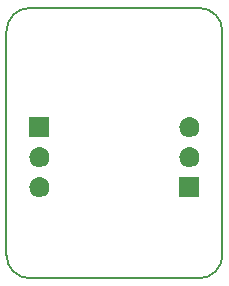
<source format=gbr>
G04 #@! TF.GenerationSoftware,KiCad,Pcbnew,5.0.1-33cea8e~68~ubuntu18.10.1*
G04 #@! TF.CreationDate,2018-11-20T09:40:52+02:00*
G04 #@! TF.ProjectId,BRK-SOT-23-3,42524B2D534F542D32332D332E6B6963,v1.0*
G04 #@! TF.SameCoordinates,Original*
G04 #@! TF.FileFunction,Soldermask,Bot*
G04 #@! TF.FilePolarity,Negative*
%FSLAX46Y46*%
G04 Gerber Fmt 4.6, Leading zero omitted, Abs format (unit mm)*
G04 Created by KiCad (PCBNEW 5.0.1-33cea8e~68~ubuntu18.10.1) date ti 20. marraskuuta 2018 09.40.52*
%MOMM*%
%LPD*%
G01*
G04 APERTURE LIST*
%ADD10C,0.150000*%
%ADD11C,0.100000*%
G04 APERTURE END LIST*
D10*
X68300000Y-70900000D02*
G75*
G02X66300000Y-72900000I-2000000J0D01*
G01*
X52000000Y-72900000D02*
G75*
G02X50000000Y-70900000I0J2000000D01*
G01*
X66300000Y-50000000D02*
G75*
G02X68300000Y-52000000I0J-2000000D01*
G01*
X50000000Y-52000000D02*
G75*
G02X52000000Y-50000000I2000000J0D01*
G01*
X66300000Y-72900000D02*
X52000000Y-72900000D01*
X68300000Y-52000000D02*
X68300000Y-70900000D01*
X52000000Y-50000000D02*
X66300000Y-50000000D01*
X50000000Y-70900000D02*
X50000000Y-52000000D01*
D11*
G36*
X66350000Y-66030000D02*
X64650000Y-66030000D01*
X64650000Y-64330000D01*
X66350000Y-64330000D01*
X66350000Y-66030000D01*
X66350000Y-66030000D01*
G37*
G36*
X52966630Y-64342299D02*
X53126855Y-64390903D01*
X53274520Y-64469831D01*
X53403949Y-64576051D01*
X53510169Y-64705480D01*
X53589097Y-64853145D01*
X53637701Y-65013370D01*
X53654112Y-65180000D01*
X53637701Y-65346630D01*
X53589097Y-65506855D01*
X53510169Y-65654520D01*
X53403949Y-65783949D01*
X53274520Y-65890169D01*
X53126855Y-65969097D01*
X52966630Y-66017701D01*
X52841752Y-66030000D01*
X52758248Y-66030000D01*
X52633370Y-66017701D01*
X52473145Y-65969097D01*
X52325480Y-65890169D01*
X52196051Y-65783949D01*
X52089831Y-65654520D01*
X52010903Y-65506855D01*
X51962299Y-65346630D01*
X51945888Y-65180000D01*
X51962299Y-65013370D01*
X52010903Y-64853145D01*
X52089831Y-64705480D01*
X52196051Y-64576051D01*
X52325480Y-64469831D01*
X52473145Y-64390903D01*
X52633370Y-64342299D01*
X52758248Y-64330000D01*
X52841752Y-64330000D01*
X52966630Y-64342299D01*
X52966630Y-64342299D01*
G37*
G36*
X65666630Y-61802299D02*
X65826855Y-61850903D01*
X65974520Y-61929831D01*
X66103949Y-62036051D01*
X66210169Y-62165480D01*
X66289097Y-62313145D01*
X66337701Y-62473370D01*
X66354112Y-62640000D01*
X66337701Y-62806630D01*
X66289097Y-62966855D01*
X66210169Y-63114520D01*
X66103949Y-63243949D01*
X65974520Y-63350169D01*
X65826855Y-63429097D01*
X65666630Y-63477701D01*
X65541752Y-63490000D01*
X65458248Y-63490000D01*
X65333370Y-63477701D01*
X65173145Y-63429097D01*
X65025480Y-63350169D01*
X64896051Y-63243949D01*
X64789831Y-63114520D01*
X64710903Y-62966855D01*
X64662299Y-62806630D01*
X64645888Y-62640000D01*
X64662299Y-62473370D01*
X64710903Y-62313145D01*
X64789831Y-62165480D01*
X64896051Y-62036051D01*
X65025480Y-61929831D01*
X65173145Y-61850903D01*
X65333370Y-61802299D01*
X65458248Y-61790000D01*
X65541752Y-61790000D01*
X65666630Y-61802299D01*
X65666630Y-61802299D01*
G37*
G36*
X52966630Y-61802299D02*
X53126855Y-61850903D01*
X53274520Y-61929831D01*
X53403949Y-62036051D01*
X53510169Y-62165480D01*
X53589097Y-62313145D01*
X53637701Y-62473370D01*
X53654112Y-62640000D01*
X53637701Y-62806630D01*
X53589097Y-62966855D01*
X53510169Y-63114520D01*
X53403949Y-63243949D01*
X53274520Y-63350169D01*
X53126855Y-63429097D01*
X52966630Y-63477701D01*
X52841752Y-63490000D01*
X52758248Y-63490000D01*
X52633370Y-63477701D01*
X52473145Y-63429097D01*
X52325480Y-63350169D01*
X52196051Y-63243949D01*
X52089831Y-63114520D01*
X52010903Y-62966855D01*
X51962299Y-62806630D01*
X51945888Y-62640000D01*
X51962299Y-62473370D01*
X52010903Y-62313145D01*
X52089831Y-62165480D01*
X52196051Y-62036051D01*
X52325480Y-61929831D01*
X52473145Y-61850903D01*
X52633370Y-61802299D01*
X52758248Y-61790000D01*
X52841752Y-61790000D01*
X52966630Y-61802299D01*
X52966630Y-61802299D01*
G37*
G36*
X65666630Y-59262299D02*
X65826855Y-59310903D01*
X65974520Y-59389831D01*
X66103949Y-59496051D01*
X66210169Y-59625480D01*
X66289097Y-59773145D01*
X66337701Y-59933370D01*
X66354112Y-60100000D01*
X66337701Y-60266630D01*
X66289097Y-60426855D01*
X66210169Y-60574520D01*
X66103949Y-60703949D01*
X65974520Y-60810169D01*
X65826855Y-60889097D01*
X65666630Y-60937701D01*
X65541752Y-60950000D01*
X65458248Y-60950000D01*
X65333370Y-60937701D01*
X65173145Y-60889097D01*
X65025480Y-60810169D01*
X64896051Y-60703949D01*
X64789831Y-60574520D01*
X64710903Y-60426855D01*
X64662299Y-60266630D01*
X64645888Y-60100000D01*
X64662299Y-59933370D01*
X64710903Y-59773145D01*
X64789831Y-59625480D01*
X64896051Y-59496051D01*
X65025480Y-59389831D01*
X65173145Y-59310903D01*
X65333370Y-59262299D01*
X65458248Y-59250000D01*
X65541752Y-59250000D01*
X65666630Y-59262299D01*
X65666630Y-59262299D01*
G37*
G36*
X53650000Y-60950000D02*
X51950000Y-60950000D01*
X51950000Y-59250000D01*
X53650000Y-59250000D01*
X53650000Y-60950000D01*
X53650000Y-60950000D01*
G37*
M02*

</source>
